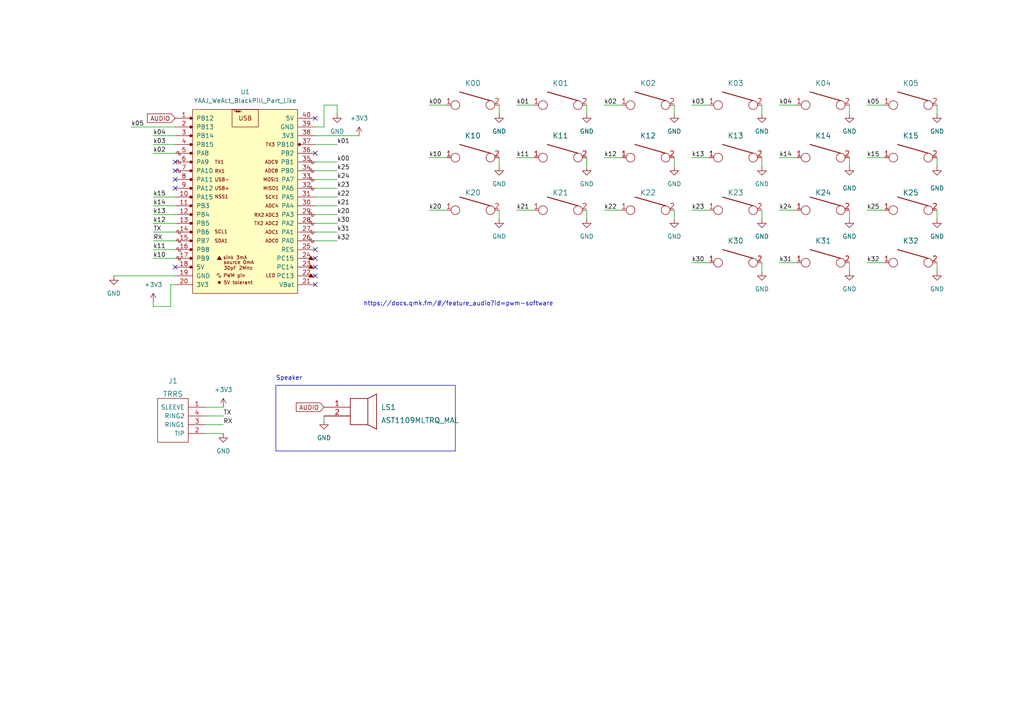
<source format=kicad_sch>
(kicad_sch (version 20230121) (generator eeschema)
  (paper "A4")
  (title_block (rev "rev1.0"))
  (lib_symbols
    (symbol "AST1109MLTRQ:AST1109MLTRQ" (pin_names (offset 0.254) hide)
      (property "Reference" "LS" (at 7.62 7.62 0))
      (property "Value" "AST1109MLTRQ" (at 7.62 5.08 0))
      (symbol "AST1109MLTRQ_1_1"
        (polyline (pts (xy 7.62 -5.08) (xy 12.7 -5.08)) (stroke (width 0.2032)))
        (polyline (pts (xy 7.62 2.54) (xy 7.62 -5.08)) (stroke (width 0.2032)))
        (polyline (pts (xy 12.7 -5.08) (xy 12.7 2.54)) (stroke (width 0.2032)))
        (polyline (pts (xy 12.7 2.54) (xy 7.62 2.54)) (stroke (width 0.2032)))
        (polyline (pts (xy 12.7 2.54) (xy 15.24 3.81)) (stroke (width 0.2032)))
        (polyline (pts (xy 15.24 -6.35) (xy 12.7 -5.08)) (stroke (width 0.2032)))
        (polyline (pts (xy 15.24 3.81) (xy 15.24 -6.35)) (stroke (width 0.2032)))
        (pin unspecified line (at 0 0 0) (length 7.62) (name "1") (number "1"))
        (pin unspecified line (at 0 -2.54 0) (length 7.62) (name "2") (number "2"))
      )
    )
    (symbol "YAAJ_WeAct_BlackPill_Part_Like:YAAJ_WeAct_BlackPill_Part_Like" (pin_names (offset 1.016))
      (property "Reference" "U" (at -12.7 27.94 0))
      (property "Value" "YAAJ_WeAct_BlackPill_Part_Like" (at 0 2.54 90))
      (symbol "YAAJ_WeAct_BlackPill_Part_Like_0_0"
        (circle (center -15.748 -20.32) (radius 0.3556) (fill (type outline)))
        (circle (center -15.748 -17.78) (radius 0.3556) (fill (type outline)))
        (circle (center -15.748 -15.24) (radius 0.3556) (fill (type outline)))
        (circle (center -15.748 -12.7) (radius 0.3556) (fill (type outline)))
        (circle (center -15.748 -10.16) (radius 0.3556) (fill (type outline)))
        (circle (center -15.748 -7.62) (radius 0.3556) (fill (type outline)))
        (circle (center -15.748 -5.08) (radius 0.3556) (fill (type outline)))
        (circle (center -15.748 -2.54) (radius 0.3556) (fill (type outline)))
        (circle (center -15.748 0) (radius 0.3556) (fill (type outline)))
        (circle (center -15.748 2.54) (radius 0.3556) (fill (type outline)))
        (circle (center -15.748 5.08) (radius 0.3556) (fill (type outline)))
        (circle (center -15.748 7.62) (radius 0.3556) (fill (type outline)))
        (circle (center -15.748 10.16) (radius 0.3556) (fill (type outline)))
        (circle (center -15.748 12.7) (radius 0.3556) (fill (type outline)))
        (circle (center -15.748 15.24) (radius 0.3556) (fill (type outline)))
        (circle (center -15.748 17.78) (radius 0.3556) (fill (type outline)))
        (circle (center -15.748 22.86) (radius 0.3556) (fill (type outline)))
        (circle (center -7.493 -24.765) (radius 0.127) (fill (type outline)))
        (circle (center -7.493 -24.765) (radius 0.254))
        (circle (center -7.493 -24.765) (radius 0.3556))
        (polyline (pts (xy -8.128 -18.161) (xy -7.493 -17.145) (xy -6.858 -18.161) (xy -8.128 -18.161) (xy -7.493 -17.272) (xy -6.985 -18.161) (xy -8.001 -18.034) (xy -7.493 -17.399) (xy -7.112 -18.161) (xy -7.874 -17.907) (xy -7.366 -17.526) (xy -7.239 -18.161) (xy -7.747 -17.78) (xy -7.239 -17.653) (xy -7.366 -18.034) (xy -7.62 -17.78) (xy -7.366 -17.907) (xy -7.493 -17.653)))
        (polyline (pts (xy 18.415 -23.241) (xy 19.05 -22.225) (xy 19.685 -23.241) (xy 18.415 -23.241) (xy 19.05 -22.352) (xy 19.558 -23.241) (xy 18.542 -23.114) (xy 19.05 -22.479) (xy 19.431 -23.241) (xy 18.669 -22.987) (xy 19.177 -22.606) (xy 19.304 -23.241) (xy 18.796 -22.86) (xy 19.304 -22.733) (xy 19.177 -23.114) (xy 18.923 -22.86) (xy 19.177 -22.987) (xy 19.05 -22.733)))
        (polyline (pts (xy 18.415 -20.701) (xy 19.05 -19.685) (xy 19.685 -20.701) (xy 18.415 -20.701) (xy 19.05 -19.812) (xy 19.558 -20.701) (xy 18.542 -20.574) (xy 19.05 -19.939) (xy 19.431 -20.701) (xy 18.669 -20.447) (xy 19.177 -20.066) (xy 19.304 -20.701) (xy 18.796 -20.32) (xy 19.304 -20.193) (xy 19.177 -20.574) (xy 18.923 -20.32) (xy 19.177 -20.447) (xy 19.05 -20.193)))
        (polyline (pts (xy 18.415 -18.161) (xy 19.05 -17.145) (xy 19.685 -18.161) (xy 18.415 -18.161) (xy 19.05 -17.272) (xy 19.558 -18.161) (xy 18.542 -18.034) (xy 19.05 -17.399) (xy 19.431 -18.161) (xy 18.669 -17.907) (xy 19.177 -17.526) (xy 19.304 -18.161) (xy 18.796 -17.78) (xy 19.304 -17.653) (xy 19.177 -18.034) (xy 18.923 -17.78) (xy 19.177 -17.907) (xy 19.05 -17.653)))
        (circle (center 15.748 15.24) (radius 0.254) (fill (type outline)))
        (circle (center 15.748 15.24) (radius 0.3556))
        (text "30pF 2MHz" (at -2.032 -20.574 0) (effects (font (size 0.9906 0.9906))))
        (text "5V tolerant" (at -2.032 -24.765 0) (effects (font (size 0.9906 0.9906))))
        (text "ADC0" (at 7.747 -12.7 0) (effects (font (size 0.9906 0.9906))))
        (text "ADC1" (at 7.747 -10.16 0) (effects (font (size 0.9906 0.9906))))
        (text "ADC2" (at 7.747 -7.62 0) (effects (font (size 0.9906 0.9906))))
        (text "ADC3" (at 7.747 -5.207 0) (effects (font (size 0.9906 0.9906))))
        (text "ADC4" (at 7.747 -2.54 0) (effects (font (size 0.9906 0.9906))))
        (text "ADC8" (at 7.62 7.62 0) (effects (font (size 0.9906 0.9906))))
        (text "ADC9" (at 7.62 10.16 0) (effects (font (size 0.9906 0.9906))))
        (text "LED" (at 7.366 -22.733 0) (effects (font (size 0.9906 0.9906))))
        (text "MISO1" (at 7.493 2.54 0) (effects (font (size 0.9906 0.9906))))
        (text "MOSI1" (at 7.493 5.08 0) (effects (font (size 0.9906 0.9906))))
        (text "NSS1" (at -6.858 0.127 0) (effects (font (size 0.9906 0.9906))))
        (text "PWM pin" (at -3.175 -22.733 0) (effects (font (size 0.9906 0.9906))))
        (text "RX1" (at -7.366 7.493 0) (effects (font (size 0.9906 0.9906))))
        (text "RX2" (at 4.064 -5.207 0) (effects (font (size 0.9906 0.9906))))
        (text "SCK1" (at 7.747 0 0) (effects (font (size 0.9906 0.9906))))
        (text "SCL1" (at -6.985 -10.033 0) (effects (font (size 0.9906 0.9906))))
        (text "SDA1" (at -6.985 -12.7 0) (effects (font (size 0.9906 0.9906))))
        (text "sink 3mA" (at -2.921 -17.526 0) (effects (font (size 0.9906 0.9906))))
        (text "source 0mA" (at -1.905 -18.923 0) (effects (font (size 0.9906 0.9906))))
        (text "TX1" (at -7.493 10.16 0) (effects (font (size 0.9906 0.9906))))
        (text "TX2" (at 3.937 -7.62 0) (effects (font (size 0.9906 0.9906))))
        (text "TX3" (at 7.239 15.24 0) (effects (font (size 0.9906 0.9906))))
        (text "USB" (at 0 22.86 0) (effects (font (size 1.27 1.27))))
        (text "USB+" (at -6.731 2.54 0) (effects (font (size 0.9906 0.9906))))
        (text "USB-" (at -6.731 5.08 0) (effects (font (size 0.9906 0.9906))))
        (text "Y@@J" (at -2.159 24.892 0) (effects (font (size 0.508 0.508))))
      )
      (symbol "YAAJ_WeAct_BlackPill_Part_Like_0_1"
        (rectangle (start -15.24 25.4) (end 15.24 -27.94) (fill (type background)))
        (polyline (pts (xy -18.796 -17.78) (xy -18.796 -18.288) (xy -19.304 -18.288) (xy -19.304 -17.272) (xy -19.812 -17.272) (xy -19.812 -17.78)))
        (polyline (pts (xy -18.796 -15.24) (xy -18.796 -15.748) (xy -19.304 -15.748) (xy -19.304 -14.732) (xy -19.812 -14.732) (xy -19.812 -15.24)))
        (polyline (pts (xy -18.796 -12.7) (xy -18.796 -13.208) (xy -19.304 -13.208) (xy -19.304 -12.192) (xy -19.812 -12.192) (xy -19.812 -12.7)))
        (polyline (pts (xy -18.796 -10.16) (xy -18.796 -10.668) (xy -19.304 -10.668) (xy -19.304 -9.652) (xy -19.812 -9.652) (xy -19.812 -10.16)))
        (polyline (pts (xy -18.796 7.62) (xy -18.796 7.112) (xy -19.304 7.112) (xy -19.304 8.128) (xy -19.812 8.128) (xy -19.812 7.62)))
        (polyline (pts (xy -18.796 10.16) (xy -18.796 9.652) (xy -19.304 9.652) (xy -19.304 10.668) (xy -19.812 10.668) (xy -19.812 10.16)))
        (polyline (pts (xy -18.796 12.7) (xy -18.796 12.192) (xy -19.304 12.192) (xy -19.304 13.208) (xy -19.812 13.208) (xy -19.812 12.7)))
        (polyline (pts (xy -7.112 -22.733) (xy -7.112 -23.241) (xy -7.62 -23.241) (xy -7.62 -22.225) (xy -8.128 -22.225) (xy -8.128 -22.733)))
        (polyline (pts (xy 19.812 -12.7) (xy 19.812 -13.208) (xy 19.304 -13.208) (xy 19.304 -12.192) (xy 18.796 -12.192) (xy 18.796 -12.7)))
        (polyline (pts (xy 19.812 -10.16) (xy 19.812 -10.668) (xy 19.304 -10.668) (xy 19.304 -9.652) (xy 18.796 -9.652) (xy 18.796 -10.16)))
        (polyline (pts (xy 19.812 -7.62) (xy 19.812 -8.128) (xy 19.304 -8.128) (xy 19.304 -7.112) (xy 18.796 -7.112) (xy 18.796 -7.62)))
        (polyline (pts (xy 19.812 -5.08) (xy 19.812 -5.588) (xy 19.304 -5.588) (xy 19.304 -4.572) (xy 18.796 -4.572) (xy 18.796 -5.08)))
        (polyline (pts (xy 19.812 2.54) (xy 19.812 2.032) (xy 19.304 2.032) (xy 19.304 3.048) (xy 18.796 3.048) (xy 18.796 2.54)))
        (polyline (pts (xy 19.812 5.08) (xy 19.812 4.572) (xy 19.304 4.572) (xy 19.304 5.588) (xy 18.796 5.588) (xy 18.796 5.08)))
        (polyline (pts (xy 19.812 7.62) (xy 19.812 7.112) (xy 19.304 7.112) (xy 19.304 8.128) (xy 18.796 8.128) (xy 18.796 7.62)))
        (polyline (pts (xy 19.812 10.16) (xy 19.812 9.652) (xy 19.304 9.652) (xy 19.304 10.668) (xy 18.796 10.668) (xy 18.796 10.16)))
        (rectangle (start 3.81 25.4) (end -3.81 20.32))
      )
      (symbol "YAAJ_WeAct_BlackPill_Part_Like_1_1"
        (circle (center -15.748 20.32) (radius 0.3556) (fill (type outline)))
        (pin bidirectional line (at -20.32 22.86 0) (length 5.08) (name "PB12") (number "1"))
        (pin bidirectional line (at -20.32 0 0) (length 5.08) (name "PA15") (number "10"))
        (pin bidirectional line (at -20.32 -2.54 0) (length 5.08) (name "PB3") (number "11"))
        (pin bidirectional line (at -20.32 -5.08 0) (length 5.08) (name "PB4") (number "12"))
        (pin bidirectional line (at -20.32 -7.62 0) (length 5.08) (name "PB5") (number "13"))
        (pin bidirectional line (at -20.32 -10.16 0) (length 5.08) (name "PB6") (number "14"))
        (pin bidirectional line (at -20.32 -12.7 0) (length 5.08) (name "PB7") (number "15"))
        (pin bidirectional line (at -20.32 -15.24 0) (length 5.08) (name "PB8") (number "16"))
        (pin bidirectional line (at -20.32 -17.78 0) (length 5.08) (name "PB9") (number "17"))
        (pin power_in line (at -20.32 -20.32 0) (length 5.08) (name "5V") (number "18"))
        (pin power_in line (at -20.32 -22.86 0) (length 5.08) (name "GND") (number "19"))
        (pin bidirectional line (at -20.32 20.32 0) (length 5.08) (name "PB13") (number "2"))
        (pin power_in line (at -20.32 -25.4 0) (length 5.08) (name "3V3") (number "20"))
        (pin power_in line (at 20.32 -25.4 180) (length 5.08) (name "VBat") (number "21"))
        (pin bidirectional line (at 20.32 -22.86 180) (length 5.08) (name "PC13") (number "22"))
        (pin bidirectional line (at 20.32 -20.32 180) (length 5.08) (name "PC14") (number "23"))
        (pin bidirectional line (at 20.32 -17.78 180) (length 5.08) (name "PC15") (number "24"))
        (pin input line (at 20.32 -15.24 180) (length 5.08) (name "RES") (number "25"))
        (pin bidirectional line (at 20.32 -12.7 180) (length 5.08) (name "PA0") (number "26"))
        (pin bidirectional line (at 20.32 -10.16 180) (length 5.08) (name "PA1") (number "27"))
        (pin bidirectional line (at 20.32 -7.62 180) (length 5.08) (name "PA2") (number "28"))
        (pin bidirectional line (at 20.32 -5.08 180) (length 5.08) (name "PA3") (number "29"))
        (pin bidirectional line (at -20.32 17.78 0) (length 5.08) (name "PB14") (number "3"))
        (pin bidirectional line (at 20.32 -2.54 180) (length 5.08) (name "PA4") (number "30"))
        (pin bidirectional line (at 20.32 0 180) (length 5.08) (name "PA5") (number "31"))
        (pin bidirectional line (at 20.32 2.54 180) (length 5.08) (name "PA6") (number "32"))
        (pin bidirectional line (at 20.32 5.08 180) (length 5.08) (name "PA7") (number "33"))
        (pin bidirectional line (at 20.32 7.62 180) (length 5.08) (name "PB0") (number "34"))
        (pin bidirectional line (at 20.32 10.16 180) (length 5.08) (name "PB1") (number "35"))
        (pin bidirectional line (at 20.32 12.7 180) (length 5.08) (name "PB2") (number "36"))
        (pin bidirectional line (at 20.32 15.24 180) (length 5.08) (name "PB10") (number "37"))
        (pin power_in line (at 20.32 17.78 180) (length 5.08) (name "3V3") (number "38"))
        (pin power_in line (at 20.32 20.32 180) (length 5.08) (name "GND") (number "39"))
        (pin bidirectional line (at -20.32 15.24 0) (length 5.08) (name "PB15") (number "4"))
        (pin power_in line (at 20.32 22.86 180) (length 5.08) (name "5V") (number "40"))
        (pin bidirectional line (at -20.32 12.7 0) (length 5.08) (name "PA8") (number "5"))
        (pin bidirectional line (at -20.32 10.16 0) (length 5.08) (name "PA9") (number "6"))
        (pin bidirectional line (at -20.32 7.62 0) (length 5.08) (name "PA10") (number "7"))
        (pin bidirectional line (at -20.32 5.08 0) (length 5.08) (name "PA11") (number "8"))
        (pin bidirectional line (at -20.32 2.54 0) (length 5.08) (name "PA12") (number "9"))
      )
    )
    (symbol "keebio:TRRS" (pin_names (offset 1.016))
      (property "Reference" "U" (at 0 15.24 0))
      (property "Value" "TRRS" (at 0 -2.54 0))
      (symbol "TRRS_0_1"
        (rectangle (start -3.81 0) (end -3.81 12.7))
        (rectangle (start -3.81 12.7) (end 5.08 12.7))
        (rectangle (start 5.08 0) (end -3.81 0))
        (rectangle (start 5.08 12.7) (end 5.08 0))
      )
      (symbol "TRRS_1_1"
        (pin input line (at -8.89 2.54 0) (length 5.08) (name "SLEEVE") (number "1"))
        (pin input line (at -8.89 10.16 0) (length 5.08) (name "TIP") (number "2"))
        (pin input line (at -8.89 7.62 0) (length 5.08) (name "RING1") (number "3"))
        (pin input line (at -8.89 5.08 0) (length 5.08) (name "RING2") (number "4"))
      )
    )
    (symbol "keyboard_parts:KEYSW" (pin_names (offset 1.016))
      (property "Reference" "K?" (at -1.27 0 0))
      (symbol "KEYSW_0_1"
        (circle (center -5.08 0) (radius 1.27))
        (polyline (pts (xy -5.08 1.27) (xy 3.81 3.81)) (stroke (width 0.254)))
        (circle (center 5.08 0) (radius 1.27))
      )
      (symbol "KEYSW_1_1"
        (pin passive line (at 7.62 0 180) (length 1.27) (name "~") (number "1"))
        (pin passive line (at -7.62 0 0) (length 1.27) (name "~") (number "2"))
      )
    )
    (symbol "power:+3V3" (power) (pin_names (offset 0))
      (property "Value" "+3V3" (at 0 3.556 0))
      (symbol "+3V3_0_1"
        (polyline (pts (xy -0.762 1.27) (xy 0 2.54)))
        (polyline (pts (xy 0 0) (xy 0 2.54)))
        (polyline (pts (xy 0 2.54) (xy 0.762 1.27)))
      )
      (symbol "+3V3_1_1"
        (pin power_in line (at 0 0 90) (length 0) hide (name "+3V3") (number "1"))
      )
    )
    (symbol "power:GND" (power) (pin_names (offset 0))
      (property "Value" "GND" (at 0 -3.81 0))
      (symbol "GND_0_1"
        (polyline (pts (xy 0 0) (xy 0 -1.27) (xy 1.27 -1.27) (xy 0 -2.54) (xy -1.27 -1.27) (xy 0 -1.27)))
      )
      (symbol "GND_1_1"
        (pin power_in line (at 0 0 270) (length 0) hide (name "GND") (number "1"))
      )
    )
  )
  (no_connect (at 91.44 44.45))
  (no_connect (at 50.8 46.99))
  (no_connect (at 50.8 49.53))
  (no_connect (at 50.8 52.07))
  (no_connect (at 50.8 54.61))
  (no_connect (at 91.44 82.55))
  (no_connect (at 91.44 80.01))
  (no_connect (at 91.44 77.47))
  (no_connect (at 91.44 74.93))
  (no_connect (at 91.44 72.39))
  (no_connect (at 91.44 34.29))
  (no_connect (at 50.8 77.47))
  (wire (pts (xy 149.86 60.96) (xy 154.94 60.96)))
  (wire (pts (xy 44.45 72.39) (xy 50.8 72.39)))
  (wire (pts (xy 91.44 52.07) (xy 97.79 52.07)))
  (wire (pts (xy 200.66 45.72) (xy 205.74 45.72)))
  (wire (pts (xy 38.1 36.83) (xy 50.8 36.83)))
  (wire (pts (xy 251.46 30.48) (xy 256.54 30.48)))
  (wire (pts (xy 124.46 45.72) (xy 129.54 45.72)))
  (wire (pts (xy 200.66 60.96) (xy 205.74 60.96)))
  (wire (pts (xy 149.86 45.72) (xy 154.94 45.72)))
  (wire (pts (xy 49.53 88.9) (xy 49.53 82.55)))
  (wire (pts (xy 44.45 88.9) (xy 49.53 88.9)))
  (wire (pts (xy 44.45 59.69) (xy 50.8 59.69)))
  (wire (pts (xy 91.44 41.91) (xy 97.79 41.91)))
  (wire (pts (xy 175.26 60.96) (xy 180.34 60.96)))
  (wire (pts (xy 44.45 39.37) (xy 50.8 39.37)))
  (wire (pts (xy 251.46 60.96) (xy 256.54 60.96)))
  (wire (pts (xy 195.58 63.5) (xy 195.58 60.96)))
  (wire (pts (xy 144.78 63.5) (xy 144.78 60.96)))
  (wire (pts (xy 246.38 48.26) (xy 246.38 45.72)))
  (wire (pts (xy 220.98 48.26) (xy 220.98 45.72)))
  (wire (pts (xy 144.78 48.26) (xy 144.78 45.72)))
  (wire (pts (xy 91.44 62.23) (xy 97.79 62.23)))
  (wire (pts (xy 93.98 36.83) (xy 93.98 30.48)))
  (wire (pts (xy 175.26 45.72) (xy 180.34 45.72)))
  (wire (pts (xy 246.38 78.74) (xy 246.38 76.2)))
  (wire (pts (xy 59.69 125.73) (xy 64.77 125.73)))
  (wire (pts (xy 44.45 44.45) (xy 50.8 44.45)))
  (wire (pts (xy 271.78 48.26) (xy 271.78 45.72)))
  (wire (pts (xy 91.44 36.83) (xy 93.98 36.83)))
  (wire (pts (xy 93.98 121.92) (xy 93.98 120.65)))
  (wire (pts (xy 200.66 76.2) (xy 205.74 76.2)))
  (wire (pts (xy 44.45 74.93) (xy 50.8 74.93)))
  (wire (pts (xy 91.44 69.85) (xy 97.79 69.85)))
  (wire (pts (xy 91.44 49.53) (xy 97.79 49.53)))
  (wire (pts (xy 226.06 45.72) (xy 231.14 45.72)))
  (wire (pts (xy 200.66 30.48) (xy 205.74 30.48)))
  (wire (pts (xy 220.98 78.74) (xy 220.98 76.2)))
  (wire (pts (xy 44.45 62.23) (xy 50.8 62.23)))
  (wire (pts (xy 97.79 30.48) (xy 97.79 33.02)))
  (wire (pts (xy 271.78 63.5) (xy 271.78 60.96)))
  (wire (pts (xy 124.46 60.96) (xy 129.54 60.96)))
  (wire (pts (xy 144.78 33.02) (xy 144.78 30.48)))
  (wire (pts (xy 195.58 48.26) (xy 195.58 45.72)))
  (wire (pts (xy 170.18 63.5) (xy 170.18 60.96)))
  (wire (pts (xy 59.69 123.19) (xy 64.77 123.19)))
  (wire (pts (xy 246.38 63.5) (xy 246.38 60.96)))
  (wire (pts (xy 91.44 54.61) (xy 97.79 54.61)))
  (wire (pts (xy 44.45 64.77) (xy 50.8 64.77)))
  (wire (pts (xy 226.06 30.48) (xy 231.14 30.48)))
  (wire (pts (xy 124.46 30.48) (xy 129.54 30.48)))
  (wire (pts (xy 93.98 30.48) (xy 97.79 30.48)))
  (wire (pts (xy 91.44 67.31) (xy 97.79 67.31)))
  (wire (pts (xy 59.69 120.65) (xy 64.77 120.65)))
  (wire (pts (xy 170.18 48.26) (xy 170.18 45.72)))
  (wire (pts (xy 91.44 39.37) (xy 104.14 39.37)))
  (wire (pts (xy 175.26 30.48) (xy 180.34 30.48)))
  (wire (pts (xy 44.45 41.91) (xy 50.8 41.91)))
  (wire (pts (xy 91.44 46.99) (xy 97.79 46.99)))
  (wire (pts (xy 91.44 57.15) (xy 97.79 57.15)))
  (wire (pts (xy 59.69 118.11) (xy 64.77 118.11)))
  (wire (pts (xy 91.44 59.69) (xy 97.79 59.69)))
  (wire (pts (xy 33.02 80.01) (xy 50.8 80.01)))
  (wire (pts (xy 195.58 33.02) (xy 195.58 30.48)))
  (wire (pts (xy 251.46 45.72) (xy 256.54 45.72)))
  (wire (pts (xy 226.06 60.96) (xy 231.14 60.96)))
  (wire (pts (xy 170.18 33.02) (xy 170.18 30.48)))
  (wire (pts (xy 226.06 76.2) (xy 231.14 76.2)))
  (wire (pts (xy 271.78 33.02) (xy 271.78 30.48)))
  (wire (pts (xy 246.38 33.02) (xy 246.38 30.48)))
  (wire (pts (xy 251.46 76.2) (xy 256.54 76.2)))
  (wire (pts (xy 49.53 82.55) (xy 50.8 82.55)))
  (wire (pts (xy 91.44 64.77) (xy 97.79 64.77)))
  (wire (pts (xy 44.45 69.85) (xy 50.8 69.85)))
  (wire (pts (xy 220.98 33.02) (xy 220.98 30.48)))
  (wire (pts (xy 149.86 30.48) (xy 154.94 30.48)))
  (wire (pts (xy 44.45 87.63) (xy 44.45 88.9)))
  (wire (pts (xy 44.45 67.31) (xy 50.8 67.31)))
  (wire (pts (xy 271.78 78.74) (xy 271.78 76.2)))
  (wire (pts (xy 44.45 57.15) (xy 50.8 57.15)))
  (wire (pts (xy 220.98 63.5) (xy 220.98 60.96)))
  (rectangle (start 80.01 111.76) (end 132.08 130.81))
  (text "https://docs.qmk.fm/#/feature_audio?id=pwm-software" (at 105.41 88.9 0) (effects (font (size 1.27 1.27)) (justify left bottom)))
  (text "Speaker" (at 80.01 110.49 0) (effects (font (size 1.27 1.27)) (justify left bottom)))
  (label "k20" (at 97.79 62.23 0))
  (label "TX" (at 64.77 120.65 0))
  (label "k01" (at 97.79 41.91 0))
  (label "k03" (at 44.45 41.91 0))
  (label "k30" (at 200.66 76.2 0))
  (label "k02" (at 175.26 30.48 0))
  (label "k05" (at 38.1 36.83 0))
  (label "k04" (at 226.06 30.48 0))
  (label "k30" (at 97.79 64.77 0))
  (label "k11" (at 44.45 72.39 0))
  (label "k00" (at 124.46 30.48 0))
  (label "k10" (at 44.45 74.93 0))
  (label "k03" (at 200.66 30.48 0))
  (label "RX" (at 44.45 69.85 0))
  (label "k15" (at 251.46 45.72 0))
  (label "k23" (at 200.66 60.96 0))
  (label "k32" (at 97.79 69.85 0))
  (label "k25" (at 97.79 49.53 0))
  (label "k24" (at 226.06 60.96 0))
  (label "TX" (at 44.45 67.31 0))
  (label "k05" (at 251.46 30.48 0))
  (label "k22" (at 175.26 60.96 0))
  (label "k12" (at 44.45 64.77 0))
  (label "k01" (at 149.86 30.48 0))
  (label "RX" (at 64.77 123.19 0))
  (label "k10" (at 124.46 45.72 0))
  (label "k00" (at 97.79 46.99 0))
  (label "k21" (at 97.79 59.69 0))
  (label "k31" (at 97.79 67.31 0))
  (label "k32" (at 251.46 76.2 0))
  (label "k15" (at 44.45 57.15 0))
  (label "k14" (at 226.06 45.72 0))
  (label "k12" (at 175.26 45.72 0))
  (label "k04" (at 44.45 39.37 0))
  (label "k11" (at 149.86 45.72 0))
  (label "k22" (at 97.79 57.15 0))
  (label "k02" (at 44.45 44.45 0))
  (label "k13" (at 44.45 62.23 0))
  (label "k24" (at 97.79 52.07 0))
  (label "k31" (at 226.06 76.2 0))
  (label "k13" (at 200.66 45.72 0))
  (label "k14" (at 44.45 59.69 0))
  (label "k21" (at 149.86 60.96 0))
  (label "k25" (at 251.46 60.96 0))
  (label "k23" (at 97.79 54.61 0))
  (label "k20" (at 124.46 60.96 0))
  (global_label "AUDIO" (shape input) (at 50.8 34.29 180) (property "Intersheetrefs" "${INTERSHEET_REFS}" (effects hide)))
  (global_label "AUDIO" (shape input) (at 93.98 118.11 180) (property "Intersheetrefs" "${INTERSHEET_REFS}" (effects hide)))
  (symbol (lib_id "keyboard_parts:KEYSW") (at 264.16 76.2 0) (mirror y) (unit 1)
    (property "Reference" "K32" (at 264.16 69.85 0) (effects (font (size 1.524 1.524))))
    (property "Value" "KEYSW" (effects hide))
    (property "Footprint" "Cantor_MasterKey:ALL LOWs CANTOR v4.1" (effects hide))
  )
  (symbol (lib_id "power:GND") (at 93.98 121.92 0) (mirror y) (unit 1)
    (property "Reference" "#PWR01" (effects hide))
    (property "Value" "GND" (at 93.98 127 0))
  )
  (symbol (lib_id "power:GND") (at 195.58 48.26 0) (unit 1)
    (property "Reference" "#PWR0104" (effects hide))
    (property "Value" "GND" (at 195.58 53.34 0))
  )
  (symbol (lib_id "keyboard_parts:KEYSW") (at 238.76 60.96 0) (mirror y) (unit 1)
    (property "Reference" "K24" (at 238.76 55.88 0) (effects (font (size 1.524 1.524))))
    (property "Value" "KEYSW" (effects hide))
    (property "Footprint" "Cantor_MasterKey:ALL LOWs CANTOR v4.1" (effects hide))
  )
  (symbol (lib_id "power:GND") (at 64.77 125.73 0) (unit 1)
    (property "Reference" "#PWR0126" (effects hide))
    (property "Value" "GND" (at 64.77 130.81 0))
  )
  (symbol (lib_id "keyboard_parts:KEYSW") (at 137.16 30.48 0) (mirror y) (unit 1)
    (property "Reference" "K00" (at 137.16 24.13 0) (effects (font (size 1.524 1.524))))
    (property "Value" "KEYSW" (effects hide))
    (property "Footprint" "Cantor_MasterKey:ALL LOWs CANTOR v4.1" (effects hide))
  )
  (symbol (lib_id "keyboard_parts:KEYSW") (at 264.16 45.72 0) (mirror y) (unit 1)
    (property "Reference" "K15" (at 264.16 39.37 0) (effects (font (size 1.524 1.524))))
    (property "Value" "KEYSW" (effects hide))
    (property "Footprint" "Cantor_MasterKey:ALL LOWs CANTOR v4.1" (effects hide))
  )
  (symbol (lib_id "power:GND") (at 144.78 48.26 0) (unit 1)
    (property "Reference" "#PWR0107" (effects hide))
    (property "Value" "GND" (at 144.78 53.34 0))
  )
  (symbol (lib_id "power:GND") (at 195.58 63.5 0) (unit 1)
    (property "Reference" "#PWR0105" (effects hide))
    (property "Value" "GND" (at 195.58 68.58 0))
  )
  (symbol (lib_id "keyboard_parts:KEYSW") (at 213.36 30.48 0) (mirror y) (unit 1)
    (property "Reference" "K03" (at 213.36 24.13 0) (effects (font (size 1.524 1.524))))
    (property "Value" "KEYSW" (effects hide))
    (property "Footprint" "Cantor_MasterKey:ALL LOWs CANTOR v4.1" (effects hide))
  )
  (symbol (lib_id "power:GND") (at 246.38 63.5 0) (unit 1)
    (property "Reference" "#PWR0121" (effects hide))
    (property "Value" "GND" (at 246.38 68.58 0))
  )
  (symbol (lib_id "keyboard_parts:KEYSW") (at 187.96 30.48 0) (mirror y) (unit 1)
    (property "Reference" "K02" (at 187.96 24.13 0) (effects (font (size 1.524 1.524))))
    (property "Value" "KEYSW" (effects hide))
    (property "Footprint" "Cantor_MasterKey:ALL LOWs CANTOR v4.1" (effects hide))
  )
  (symbol (lib_id "keyboard_parts:KEYSW") (at 162.56 45.72 0) (mirror y) (unit 1)
    (property "Reference" "K11" (at 162.56 39.37 0) (effects (font (size 1.524 1.524))))
    (property "Value" "KEYSW" (effects hide))
    (property "Footprint" "Cantor_MasterKey:ALL LOWs CANTOR v4.1" (effects hide))
  )
  (symbol (lib_id "keyboard_parts:KEYSW") (at 187.96 60.96 0) (mirror y) (unit 1)
    (property "Reference" "K22" (at 187.96 55.88 0) (effects (font (size 1.524 1.524))))
    (property "Value" "KEYSW" (effects hide))
    (property "Footprint" "Cantor_MasterKey:ALL LOWs CANTOR v4.1" (effects hide))
  )
  (symbol (lib_id "power:GND") (at 271.78 33.02 0) (unit 1)
    (property "Reference" "#PWR0115" (effects hide))
    (property "Value" "GND" (at 271.78 38.1 0))
  )
  (symbol (lib_id "power:GND") (at 271.78 63.5 0) (unit 1)
    (property "Reference" "#PWR0118" (effects hide))
    (property "Value" "GND" (at 271.78 68.58 0))
  )
  (symbol (lib_id "power:GND") (at 271.78 78.74 0) (unit 1)
    (property "Reference" "#PWR0117" (effects hide))
    (property "Value" "GND" (at 271.78 83.82 0))
  )
  (symbol (lib_id "YAAJ_WeAct_BlackPill_Part_Like:YAAJ_WeAct_BlackPill_Part_Like") (at 71.12 57.15 0) (unit 1)
    (property "Reference" "U1" (at 71.12 26.67 0))
    (property "Value" "YAAJ_WeAct_BlackPill_Part_Like" (at 71.12 29.21 0))
    (property "Footprint" "Cantor_MasterKey:Cantor_DS_YAAJ_WeAct_BlackPill_2" (effects hide))
  )
  (symbol (lib_id "power:GND") (at 246.38 48.26 0) (unit 1)
    (property "Reference" "#PWR0119" (effects hide))
    (property "Value" "GND" (at 246.38 54.61 0))
  )
  (symbol (lib_id "AST1109MLTRQ:AST1109MLTRQ") (at 93.98 118.11 0) (unit 1)
    (property "Reference" "LS1" (at 110.49 118.11 0) (effects (font (size 1.524 1.524)) (justify left)))
    (property "Value" "AST1109MLTRQ_MAL" (at 110.49 121.92 0) (effects (font (size 1.524 1.524)) (justify left)))
    (property "Footprint" "Cantor_MasterKey:AST1109MLTRQ" (effects hide))
  )
  (symbol (lib_id "power:GND") (at 170.18 63.5 0) (unit 1)
    (property "Reference" "#PWR0101" (effects hide))
    (property "Value" "GND" (at 170.18 68.58 0))
  )
  (symbol (lib_id "keyboard_parts:KEYSW") (at 238.76 30.48 0) (mirror y) (unit 1)
    (property "Reference" "K04" (at 238.76 24.13 0) (effects (font (size 1.524 1.524))))
    (property "Value" "KEYSW" (effects hide))
    (property "Footprint" "Cantor_MasterKey:ALL LOWs CANTOR v4.1" (effects hide))
  )
  (symbol (lib_id "power:GND") (at 246.38 78.74 0) (unit 1)
    (property "Reference" "#PWR0120" (effects hide))
    (property "Value" "GND" (at 246.38 83.82 0))
  )
  (symbol (lib_id "power:+3V3") (at 64.77 118.11 0) (unit 1)
    (property "Reference" "#PWR0125" (effects hide))
    (property "Value" "+3V3" (at 64.77 113.03 0))
  )
  (symbol (lib_id "keyboard_parts:KEYSW") (at 213.36 76.2 0) (mirror y) (unit 1)
    (property "Reference" "K30" (at 213.36 69.85 0) (effects (font (size 1.524 1.524))))
    (property "Value" "KEYSW" (effects hide))
    (property "Footprint" "Cantor_MasterKey:ALL LOWs CANTOR v4.1" (effects hide))
  )
  (symbol (lib_id "power:GND") (at 246.38 33.02 0) (unit 1)
    (property "Reference" "#PWR0112" (effects hide))
    (property "Value" "GND" (at 246.38 38.1 0))
  )
  (symbol (lib_id "keebio:TRRS") (at 50.8 115.57 180) (unit 1)
    (property "Reference" "J1" (at 50.165 110.49 0) (effects (font (size 1.524 1.524))))
    (property "Value" "TRRS" (at 50.165 114.3 0) (effects (font (size 1.524 1.524))))
    (property "Footprint" "Cantor_MasterKey:MJ-4PP-9_CANTOR_KITCHEN_SINK" (effects hide))
  )
  (symbol (lib_id "keyboard_parts:KEYSW") (at 137.16 60.96 0) (mirror y) (unit 1)
    (property "Reference" "K20" (at 137.16 55.88 0) (effects (font (size 1.524 1.524))))
    (property "Value" "KEYSW" (effects hide))
    (property "Footprint" "Cantor_MasterKey:ALL LOWs CANTOR v4.1" (effects hide))
  )
  (symbol (lib_id "power:GND") (at 271.78 48.26 0) (unit 1)
    (property "Reference" "#PWR0116" (effects hide))
    (property "Value" "GND" (at 271.78 54.61 0))
  )
  (symbol (lib_id "keyboard_parts:KEYSW") (at 213.36 60.96 0) (mirror y) (unit 1)
    (property "Reference" "K23" (at 213.36 55.88 0) (effects (font (size 1.524 1.524))))
    (property "Value" "KEYSW" (effects hide))
    (property "Footprint" "Cantor_MasterKey:ALL LOWs CANTOR v4.1" (effects hide))
  )
  (symbol (lib_id "keyboard_parts:KEYSW") (at 137.16 45.72 0) (mirror y) (unit 1)
    (property "Reference" "K10" (at 137.16 39.37 0) (effects (font (size 1.524 1.524))))
    (property "Value" "KEYSW" (effects hide))
    (property "Footprint" "Cantor_MasterKey:ALL LOWs CANTOR v4.1" (effects hide))
  )
  (symbol (lib_id "keyboard_parts:KEYSW") (at 162.56 30.48 0) (mirror y) (unit 1)
    (property "Reference" "K01" (at 162.56 24.13 0) (effects (font (size 1.524 1.524))))
    (property "Value" "KEYSW" (effects hide))
    (property "Footprint" "Cantor_MasterKey:ALL LOWs CANTOR v4.1" (effects hide))
  )
  (symbol (lib_id "keyboard_parts:KEYSW") (at 264.16 60.96 0) (mirror y) (unit 1)
    (property "Reference" "K25" (at 264.16 55.88 0) (effects (font (size 1.524 1.524))))
    (property "Value" "KEYSW" (effects hide))
    (property "Footprint" "Cantor_MasterKey:ALL LOWs CANTOR v4.1" (effects hide))
  )
  (symbol (lib_id "keyboard_parts:KEYSW") (at 238.76 76.2 0) (mirror y) (unit 1)
    (property "Reference" "K31" (at 238.76 69.85 0) (effects (font (size 1.524 1.524))))
    (property "Value" "KEYSW" (effects hide))
    (property "Footprint" "Cantor_MasterKey:ALL LOWs CANTOR v4.1" (effects hide))
  )
  (symbol (lib_id "power:GND") (at 220.98 33.02 0) (unit 1)
    (property "Reference" "#PWR0123" (effects hide))
    (property "Value" "GND" (at 220.98 38.1 0))
  )
  (symbol (lib_id "keyboard_parts:KEYSW") (at 238.76 45.72 0) (mirror y) (unit 1)
    (property "Reference" "K14" (at 238.76 39.37 0) (effects (font (size 1.524 1.524))))
    (property "Value" "KEYSW" (effects hide))
    (property "Footprint" "Cantor_MasterKey:ALL LOWs CANTOR v4.1" (effects hide))
  )
  (symbol (lib_id "power:+3V3") (at 44.45 87.63 0) (unit 1)
    (property "Reference" "#PWR0127" (effects hide))
    (property "Value" "+3V3" (at 44.45 82.55 0))
  )
  (symbol (lib_id "power:GND") (at 144.78 33.02 0) (unit 1)
    (property "Reference" "#PWR0109" (effects hide))
    (property "Value" "GND" (at 144.78 38.1 0))
  )
  (symbol (lib_id "power:GND") (at 33.02 80.01 0) (unit 1)
    (property "Reference" "#PWR0124" (effects hide))
    (property "Value" "GND" (at 33.02 85.09 0))
  )
  (symbol (lib_id "keyboard_parts:KEYSW") (at 213.36 45.72 0) (mirror y) (unit 1)
    (property "Reference" "K13" (at 213.36 39.37 0) (effects (font (size 1.524 1.524))))
    (property "Value" "KEYSW" (effects hide))
    (property "Footprint" "Cantor_MasterKey:ALL LOWs CANTOR v4.1" (effects hide))
  )
  (symbol (lib_id "power:+3V3") (at 104.14 39.37 0) (unit 1)
    (property "Reference" "#PWR0111" (effects hide))
    (property "Value" "+3V3" (at 104.14 34.29 0))
  )
  (symbol (lib_id "power:GND") (at 195.58 33.02 0) (unit 1)
    (property "Reference" "#PWR0103" (effects hide))
    (property "Value" "GND" (at 195.58 38.1 0))
  )
  (symbol (lib_id "power:GND") (at 220.98 48.26 0) (unit 1)
    (property "Reference" "#PWR0122" (effects hide))
    (property "Value" "GND" (at 220.98 53.34 0))
  )
  (symbol (lib_id "keyboard_parts:KEYSW") (at 162.56 60.96 0) (mirror y) (unit 1)
    (property "Reference" "K21" (at 162.56 55.88 0) (effects (font (size 1.524 1.524))))
    (property "Value" "KEYSW" (effects hide))
    (property "Footprint" "Cantor_MasterKey:ALL LOWs CANTOR v4.1" (effects hide))
  )
  (symbol (lib_id "keyboard_parts:KEYSW") (at 187.96 45.72 0) (mirror y) (unit 1)
    (property "Reference" "K12" (at 187.96 39.37 0) (effects (font (size 1.524 1.524))))
    (property "Value" "KEYSW" (effects hide))
    (property "Footprint" "Cantor_MasterKey:ALL LOWs CANTOR v4.1" (effects hide))
  )
  (symbol (lib_id "power:GND") (at 220.98 78.74 0) (unit 1)
    (property "Reference" "#PWR0113" (effects hide))
    (property "Value" "GND" (at 220.98 83.82 0))
  )
  (symbol (lib_id "power:GND") (at 170.18 33.02 0) (unit 1)
    (property "Reference" "#PWR0106" (effects hide))
    (property "Value" "GND" (at 170.18 38.1 0))
  )
  (symbol (lib_id "power:GND") (at 170.18 48.26 0) (unit 1)
    (property "Reference" "#PWR0102" (effects hide))
    (property "Value" "GND" (at 170.18 53.34 0))
  )
  (symbol (lib_id "power:GND") (at 220.98 63.5 0) (unit 1)
    (property "Reference" "#PWR0114" (effects hide))
    (property "Value" "GND" (at 220.98 68.58 0))
  )
  (symbol (lib_id "power:GND") (at 144.78 63.5 0) (unit 1)
    (property "Reference" "#PWR0108" (effects hide))
    (property "Value" "GND" (at 144.78 68.58 0))
  )
  (symbol (lib_id "power:GND") (at 97.79 33.02 0) (unit 1)
    (property "Reference" "#PWR0110" (effects hide))
    (property "Value" "GND" (at 97.79 38.1 0))
  )
  (symbol (lib_id "keyboard_parts:KEYSW") (at 264.16 30.48 0) (mirror y) (unit 1)
    (property "Reference" "K05" (at 264.16 24.13 0) (effects (font (size 1.524 1.524))))
    (property "Value" "KEYSW" (effects hide))
    (property "Footprint" "Cantor_MasterKey:ALL LOWs CANTOR v4.1" (effects hide))
  )
)
</source>
